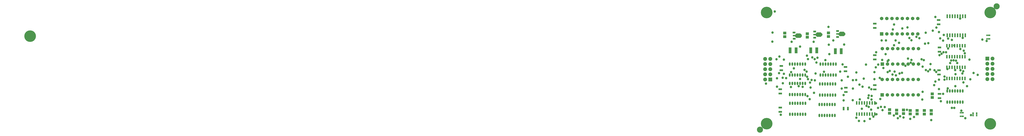
<source format=gbr>
%TF.GenerationSoftware,Altium Limited,Altium Designer,20.1.7 (139)*%
G04 Layer_Color=8388736*
%FSLAX44Y44*%
%MOMM*%
%TF.SameCoordinates,E03824B4-CBBF-40F0-B96A-956E77447FB1*%
%TF.FilePolarity,Negative*%
%TF.FileFunction,Soldermask,Top*%
%TF.Part,Single*%
G01*
G75*
%TA.AperFunction,SMDPad,CuDef*%
%ADD31C,3.0000*%
%TA.AperFunction,ViaPad*%
%ADD32C,5.7032*%
%TA.AperFunction,ComponentPad*%
%ADD33C,1.7032*%
%ADD34R,1.7032X1.7032*%
%ADD35C,1.9032*%
%ADD36R,1.9032X1.9032*%
%TA.AperFunction,ViaPad*%
%ADD37C,1.2032*%
%TA.AperFunction,SMDPad,CuDef*%
%ADD42R,1.4032X0.9032*%
%ADD43R,1.3032X0.8032*%
%ADD44R,0.8032X1.6532*%
%ADD45R,0.9532X1.8032*%
%ADD46O,0.8032X1.6532*%
%ADD47R,1.8032X0.9532*%
%ADD48R,0.7832X1.8232*%
%ADD49R,1.3532X2.9032*%
%ADD50R,1.6032X1.3532*%
%ADD51R,0.7032X0.7532*%
%ADD52R,0.6032X0.7532*%
%ADD53R,0.7532X0.7032*%
%ADD54R,0.7532X0.6032*%
G36*
X634633Y956509D02*
X634763Y956484D01*
X634890Y956441D01*
X635009Y956382D01*
X635120Y956308D01*
X635220Y956220D01*
X642220Y949220D01*
X642308Y949120D01*
X642382Y949009D01*
X642441Y948890D01*
X642484Y948764D01*
X642510Y948633D01*
X642518Y948500D01*
Y942500D01*
X642510Y942367D01*
X642484Y942236D01*
X642441Y942110D01*
X642382Y941991D01*
X642308Y941880D01*
X642220Y941780D01*
X635220Y934780D01*
X635120Y934692D01*
X635009Y934618D01*
X634890Y934559D01*
X634763Y934517D01*
X634633Y934491D01*
X634500Y934482D01*
X616500D01*
X616367Y934491D01*
X616236Y934517D01*
X616110Y934559D01*
X615991Y934618D01*
X615880Y934692D01*
X615780Y934780D01*
X608780Y941780D01*
X608692Y941880D01*
X608618Y941991D01*
X608559Y942110D01*
X608517Y942236D01*
X608490Y942367D01*
X608482Y942500D01*
Y948500D01*
X608490Y948633D01*
X608517Y948764D01*
X608559Y948890D01*
X608618Y949009D01*
X608692Y949120D01*
X608780Y949220D01*
X615780Y956220D01*
X615880Y956308D01*
X615991Y956382D01*
X616110Y956441D01*
X616236Y956484D01*
X616367Y956509D01*
X616500Y956518D01*
X634500D01*
X634633Y956509D01*
D02*
G37*
G36*
X735633Y962010D02*
X735763Y961983D01*
X735890Y961941D01*
X736009Y961882D01*
X736120Y961808D01*
X736220Y961720D01*
X743220Y954720D01*
X743308Y954620D01*
X743382Y954509D01*
X743441Y954390D01*
X743484Y954264D01*
X743510Y954133D01*
X743518Y954000D01*
Y948000D01*
X743510Y947867D01*
X743484Y947737D01*
X743441Y947610D01*
X743382Y947491D01*
X743308Y947380D01*
X743220Y947280D01*
X736220Y940280D01*
X736120Y940192D01*
X736009Y940118D01*
X735890Y940059D01*
X735763Y940016D01*
X735633Y939990D01*
X735500Y939982D01*
X717500D01*
X717367Y939990D01*
X717236Y940016D01*
X717110Y940059D01*
X716991Y940118D01*
X716880Y940192D01*
X716780Y940280D01*
X709780Y947280D01*
X709692Y947380D01*
X709618Y947491D01*
X709559Y947610D01*
X709517Y947737D01*
X709491Y947867D01*
X709482Y948000D01*
Y954000D01*
X709491Y954133D01*
X709517Y954264D01*
X709559Y954390D01*
X709618Y954509D01*
X709692Y954620D01*
X709780Y954720D01*
X716780Y961720D01*
X716880Y961808D01*
X716991Y961882D01*
X717110Y961941D01*
X717236Y961983D01*
X717367Y962010D01*
X717500Y962018D01*
X735500D01*
X735633Y962010D01*
D02*
G37*
G36*
X848633Y964760D02*
X848764Y964734D01*
X848890Y964691D01*
X849009Y964632D01*
X849120Y964558D01*
X849220Y964470D01*
X856220Y957470D01*
X856308Y957370D01*
X856382Y957259D01*
X856441Y957140D01*
X856484Y957013D01*
X856509Y956883D01*
X856518Y956750D01*
Y950750D01*
X856509Y950617D01*
X856484Y950487D01*
X856441Y950360D01*
X856382Y950241D01*
X856308Y950130D01*
X856220Y950030D01*
X849220Y943030D01*
X849120Y942942D01*
X849009Y942868D01*
X848890Y942809D01*
X848764Y942766D01*
X848633Y942740D01*
X848500Y942732D01*
X830500D01*
X830367Y942740D01*
X830237Y942766D01*
X830110Y942809D01*
X829991Y942868D01*
X829880Y942942D01*
X829780Y943030D01*
X822780Y950030D01*
X822692Y950130D01*
X822618Y950241D01*
X822559Y950360D01*
X822516Y950487D01*
X822490Y950617D01*
X822482Y950750D01*
Y956750D01*
X822490Y956883D01*
X822516Y957013D01*
X822559Y957140D01*
X822618Y957259D01*
X822692Y957370D01*
X822780Y957470D01*
X829780Y964470D01*
X829880Y964558D01*
X829991Y964632D01*
X830110Y964691D01*
X830237Y964734D01*
X830367Y964760D01*
X830500Y964768D01*
X848500D01*
X848633Y964760D01*
D02*
G37*
D31*
X436250Y480500D02*
D03*
X1600750Y1090750D02*
D03*
D32*
X1569750Y509750D02*
D03*
Y1059750D02*
D03*
X469750D02*
D03*
X-3153000Y942750D02*
D03*
X469750Y510250D02*
D03*
D33*
X1038550Y881450D02*
D03*
X1063950D02*
D03*
X1089350D02*
D03*
X1114750D02*
D03*
X1140150D02*
D03*
X1165550D02*
D03*
X1190950D02*
D03*
X1216350D02*
D03*
Y805250D02*
D03*
X1190950D02*
D03*
X1165550D02*
D03*
X1140150D02*
D03*
X1114750D02*
D03*
X1089350D02*
D03*
X1063950D02*
D03*
X1063300Y652300D02*
D03*
X1088700D02*
D03*
X1114100D02*
D03*
X1139500D02*
D03*
X1164900D02*
D03*
X1190300D02*
D03*
X1215700D02*
D03*
Y728500D02*
D03*
X1190300D02*
D03*
X1164900D02*
D03*
X1139500D02*
D03*
X1114100D02*
D03*
X1088700D02*
D03*
X1063300D02*
D03*
X1037900D02*
D03*
X1060600Y954050D02*
D03*
X1086000D02*
D03*
X1111400D02*
D03*
X1136800D02*
D03*
X1162200D02*
D03*
X1187600D02*
D03*
X1213000D02*
D03*
Y1030250D02*
D03*
X1187600D02*
D03*
X1162200D02*
D03*
X1136800D02*
D03*
X1111400D02*
D03*
X1086000D02*
D03*
X1060600D02*
D03*
X1035200D02*
D03*
D34*
X1038550Y805250D02*
D03*
X1037900Y652300D02*
D03*
X1035200Y954050D02*
D03*
D35*
X462000Y728500D02*
D03*
Y753900D02*
D03*
Y804700D02*
D03*
Y830100D02*
D03*
X487400Y753900D02*
D03*
Y804700D02*
D03*
Y830100D02*
D03*
X462000Y779300D02*
D03*
X487400D02*
D03*
X1580250Y832400D02*
D03*
Y807000D02*
D03*
Y756200D02*
D03*
Y730800D02*
D03*
X1554850Y807000D02*
D03*
Y756200D02*
D03*
Y730800D02*
D03*
X1580250Y781600D02*
D03*
X1554850D02*
D03*
D36*
X487400Y728500D02*
D03*
X1554850Y832400D02*
D03*
D37*
X509000Y1065250D02*
D03*
X1038061Y825550D02*
D03*
X1064729Y819729D02*
D03*
X1069250Y824250D02*
D03*
X1231358Y828957D02*
D03*
X1242500Y824500D02*
D03*
X1372175Y810364D02*
D03*
X1164500Y832000D02*
D03*
X1182000Y825250D02*
D03*
X1178250Y812247D02*
D03*
X1135250Y761500D02*
D03*
X1123631Y758500D02*
D03*
X1293000Y700750D02*
D03*
X1397500Y696250D02*
D03*
X1455000Y696000D02*
D03*
X1471399Y730149D02*
D03*
X1432250Y758500D02*
D03*
X1436506Y769720D02*
D03*
X1423243Y774534D02*
D03*
X1396750Y775050D02*
D03*
X1236325Y792350D02*
D03*
X1272750Y778000D02*
D03*
X1264132Y769650D02*
D03*
X1303880Y765850D02*
D03*
X1294940Y774861D02*
D03*
X1358790Y780750D02*
D03*
X971750Y593250D02*
D03*
X961040Y598662D02*
D03*
X983319Y579646D02*
D03*
X938000Y584400D02*
D03*
X977859Y534450D02*
D03*
X994284Y545198D02*
D03*
X1114750Y537500D02*
D03*
X1143000Y541000D02*
D03*
X1126000Y547250D02*
D03*
X1095642Y551321D02*
D03*
X1032000Y593250D02*
D03*
X1039250Y577250D02*
D03*
X1009610Y557110D02*
D03*
X1050000Y592250D02*
D03*
X1028241Y632000D02*
D03*
X986250Y648000D02*
D03*
X985435Y629500D02*
D03*
X968750Y637500D02*
D03*
X971750Y650250D02*
D03*
X1152004Y796900D02*
D03*
X1319750Y849000D02*
D03*
X1329661Y855766D02*
D03*
X1406750Y810000D02*
D03*
X1507750Y751750D02*
D03*
X1337500Y658000D02*
D03*
X1437750Y714750D02*
D03*
X1467250Y827250D02*
D03*
X1326500Y621750D02*
D03*
X1487350Y761403D02*
D03*
X1159457Y578707D02*
D03*
X1175750Y533750D02*
D03*
X1017500Y588750D02*
D03*
X1253000Y775650D02*
D03*
X1275750Y804750D02*
D03*
X1362250Y881750D02*
D03*
X1380880Y924707D02*
D03*
X1392150Y897409D02*
D03*
X1338871Y863793D02*
D03*
X1351500Y863750D02*
D03*
X1105750Y749500D02*
D03*
X1088207Y753207D02*
D03*
X1099087Y767500D02*
D03*
X1064416Y765650D02*
D03*
X1075010Y771287D02*
D03*
X1389038Y823299D02*
D03*
X1234750Y629500D02*
D03*
X1007614Y611050D02*
D03*
X1344000Y743000D02*
D03*
X1317400Y727800D02*
D03*
X1344000D02*
D03*
X1299750Y719000D02*
D03*
X1362000Y931000D02*
D03*
X1337250Y921000D02*
D03*
X1323227Y931850D02*
D03*
X1340643Y949143D02*
D03*
X1304250Y985750D02*
D03*
X1287000Y970000D02*
D03*
X1317250Y963000D02*
D03*
X1162500Y986250D02*
D03*
X1054500Y854250D02*
D03*
X1006620Y789120D02*
D03*
X1043650Y785500D02*
D03*
X1018250Y802663D02*
D03*
X1025645Y736250D02*
D03*
X999250Y730450D02*
D03*
X910750Y763500D02*
D03*
X946750Y732950D02*
D03*
X893750Y725350D02*
D03*
X909750Y726000D02*
D03*
X838500Y684100D02*
D03*
X685500Y688750D02*
D03*
X751750Y766750D02*
D03*
X710000Y758600D02*
D03*
X666250Y767500D02*
D03*
X655550Y776000D02*
D03*
X1103750Y922250D02*
D03*
X1056500Y921750D02*
D03*
X1035500Y922250D02*
D03*
X1007750Y863500D02*
D03*
X958250Y802650D02*
D03*
X941500Y693000D02*
D03*
X893750Y683600D02*
D03*
X646750Y692500D02*
D03*
X682750Y713750D02*
D03*
X690448Y725970D02*
D03*
X672750Y731000D02*
D03*
X668207Y742107D02*
D03*
X1096207Y898043D02*
D03*
X830750Y768250D02*
D03*
X842750Y803000D02*
D03*
X869250Y742500D02*
D03*
X1120500Y909750D02*
D03*
X1181750Y922500D02*
D03*
X1421000Y1030500D02*
D03*
X1422042Y879500D02*
D03*
X1299500Y1037500D02*
D03*
X999250Y765650D02*
D03*
X1090250Y976500D02*
D03*
X1136750Y981250D02*
D03*
X1206500Y939500D02*
D03*
X1220500Y933000D02*
D03*
X1252000Y960000D02*
D03*
X1264500Y908250D02*
D03*
X1171250Y933500D02*
D03*
X1248500Y905500D02*
D03*
X926000Y703750D02*
D03*
X973500Y688750D02*
D03*
X984750Y680250D02*
D03*
X927250Y630500D02*
D03*
X681000Y631500D02*
D03*
X627000Y696250D02*
D03*
X633500Y731600D02*
D03*
X706250Y724250D02*
D03*
X758000Y824500D02*
D03*
X672500Y829250D02*
D03*
X693750Y838000D02*
D03*
X719250Y836600D02*
D03*
X588750Y691500D02*
D03*
X565000Y736000D02*
D03*
X603250Y783750D02*
D03*
X590000Y765500D02*
D03*
X554500Y827000D02*
D03*
X532000Y842750D02*
D03*
X497250Y915750D02*
D03*
X1096000Y1001000D02*
D03*
X1236500Y668250D02*
D03*
X1317000Y681500D02*
D03*
X670250Y646500D02*
D03*
X702250Y663250D02*
D03*
X893000Y626250D02*
D03*
X848250Y652000D02*
D03*
Y626000D02*
D03*
X851000Y902000D02*
D03*
X633750Y891500D02*
D03*
X714000Y812750D02*
D03*
X1398750Y755500D02*
D03*
X1434250Y934759D02*
D03*
X1551250Y919000D02*
D03*
X1530641Y925859D02*
D03*
X1427100Y574565D02*
D03*
X1475000Y552750D02*
D03*
X1446750Y537250D02*
D03*
X1380350Y588250D02*
D03*
X1392350D02*
D03*
X1360000Y684500D02*
D03*
X700750Y915500D02*
D03*
X592500Y915000D02*
D03*
X498000Y961000D02*
D03*
X530750Y760000D02*
D03*
X554543Y756457D02*
D03*
X548250Y737250D02*
D03*
X549000Y710250D02*
D03*
X520750Y693250D02*
D03*
X520000Y734500D02*
D03*
X466100Y708250D02*
D03*
X518250Y829000D02*
D03*
X539000Y554250D02*
D03*
X1279000Y528250D02*
D03*
X910500Y540000D02*
D03*
X1194750Y543750D02*
D03*
X923500Y524250D02*
D03*
X950750Y523000D02*
D03*
X705500Y829250D02*
D03*
X773500Y988500D02*
D03*
X778000Y854500D02*
D03*
X668000Y846350D02*
D03*
X838750Y724250D02*
D03*
X1377000Y822750D02*
D03*
X1400986Y822190D02*
D03*
X1439000Y871000D02*
D03*
X1444500Y858750D02*
D03*
X797000Y922250D02*
D03*
X775500Y900750D02*
D03*
D42*
X818500Y968750D02*
D03*
X818760Y938510D02*
D03*
X604760Y930260D02*
D03*
X604500Y960500D02*
D03*
X705760Y935760D02*
D03*
X705500Y966000D02*
D03*
D43*
X818000Y953750D02*
D03*
X604000Y945500D02*
D03*
X705000Y951000D02*
D03*
D44*
X1444950Y895750D02*
D03*
X1432250D02*
D03*
X1419550D02*
D03*
X1406850D02*
D03*
X1394150D02*
D03*
X1381450D02*
D03*
X1368750D02*
D03*
X1356050D02*
D03*
X1444950Y841250D02*
D03*
X1432250D02*
D03*
X1419550D02*
D03*
X1406850D02*
D03*
X1394150D02*
D03*
X1381450D02*
D03*
X1368750D02*
D03*
X1356050D02*
D03*
X1444950Y788750D02*
D03*
X1432250D02*
D03*
X1419550D02*
D03*
X1406850D02*
D03*
X1394150D02*
D03*
X1381450D02*
D03*
X1368750D02*
D03*
X1356050D02*
D03*
X1444950Y734250D02*
D03*
X1432250D02*
D03*
X1419550D02*
D03*
X1406850D02*
D03*
X1394150D02*
D03*
X1381450D02*
D03*
X1368750D02*
D03*
X1356050D02*
D03*
X912300Y558250D02*
D03*
X925000D02*
D03*
X937700D02*
D03*
X950400D02*
D03*
X963100D02*
D03*
X975800D02*
D03*
X988500D02*
D03*
X1001200D02*
D03*
X912300Y612750D02*
D03*
X925000D02*
D03*
X937700D02*
D03*
X950400D02*
D03*
X963100D02*
D03*
X975800D02*
D03*
X988500D02*
D03*
X1001200D02*
D03*
D45*
X869250Y584750D02*
D03*
X848250D02*
D03*
D46*
X1357750Y617500D02*
D03*
X1370450D02*
D03*
X1383150D02*
D03*
X1395850D02*
D03*
X1408550D02*
D03*
X1421250D02*
D03*
X1433950D02*
D03*
X1357750Y672000D02*
D03*
X1370450D02*
D03*
X1383150D02*
D03*
X1395850D02*
D03*
X1408550D02*
D03*
X1421250D02*
D03*
X1433950D02*
D03*
X731400Y652250D02*
D03*
X744100D02*
D03*
X756800D02*
D03*
X769500D02*
D03*
X782200D02*
D03*
X794900D02*
D03*
X807600D02*
D03*
X731400Y706750D02*
D03*
X744100D02*
D03*
X756800D02*
D03*
X769500D02*
D03*
X782200D02*
D03*
X794900D02*
D03*
X807600D02*
D03*
X728650Y550750D02*
D03*
X741350D02*
D03*
X754050D02*
D03*
X766750D02*
D03*
X779450D02*
D03*
X792150D02*
D03*
X804850D02*
D03*
X728650Y605250D02*
D03*
X741350D02*
D03*
X754050D02*
D03*
X766750D02*
D03*
X779450D02*
D03*
X792150D02*
D03*
X804850D02*
D03*
X659350Y805500D02*
D03*
X646650D02*
D03*
X633950D02*
D03*
X621250D02*
D03*
X608550D02*
D03*
X595850D02*
D03*
X583150D02*
D03*
X659350Y751000D02*
D03*
X646650D02*
D03*
X633950D02*
D03*
X621250D02*
D03*
X608550D02*
D03*
X595850D02*
D03*
X583150D02*
D03*
X660100Y611500D02*
D03*
X647400D02*
D03*
X634700D02*
D03*
X622000D02*
D03*
X609300D02*
D03*
X596600D02*
D03*
X583900D02*
D03*
X660100Y557000D02*
D03*
X647400D02*
D03*
X634700D02*
D03*
X622000D02*
D03*
X609300D02*
D03*
X596600D02*
D03*
X583900D02*
D03*
X659650Y709000D02*
D03*
X646950D02*
D03*
X634250D02*
D03*
X621550D02*
D03*
X608850D02*
D03*
X596150D02*
D03*
X583450D02*
D03*
X659650Y654500D02*
D03*
X646950D02*
D03*
X634250D02*
D03*
X621550D02*
D03*
X608850D02*
D03*
X596150D02*
D03*
X583450D02*
D03*
X810350Y805500D02*
D03*
X797650D02*
D03*
X784950D02*
D03*
X772250D02*
D03*
X759550D02*
D03*
X746850D02*
D03*
X734150D02*
D03*
X810350Y751000D02*
D03*
X797650D02*
D03*
X784950D02*
D03*
X772250D02*
D03*
X759550D02*
D03*
X746850D02*
D03*
X734150D02*
D03*
D47*
X1001000Y984000D02*
D03*
Y1005000D02*
D03*
X536250Y590250D02*
D03*
Y569250D02*
D03*
X1317000Y774750D02*
D03*
Y753750D02*
D03*
X858750Y688000D02*
D03*
Y667000D02*
D03*
X1319750Y658000D02*
D03*
Y637000D02*
D03*
X857250Y790500D02*
D03*
Y769500D02*
D03*
X1001000Y701000D02*
D03*
Y680000D02*
D03*
X1315500Y1001500D02*
D03*
Y1022500D02*
D03*
X1001000Y849250D02*
D03*
Y828250D02*
D03*
X541750Y796000D02*
D03*
Y775000D02*
D03*
X1319750Y887250D02*
D03*
Y866250D02*
D03*
X536250Y680750D02*
D03*
Y659750D02*
D03*
D48*
X1358050Y947600D02*
D03*
X1370750D02*
D03*
X1383450D02*
D03*
X1396150D02*
D03*
X1408850D02*
D03*
X1421550D02*
D03*
X1434250D02*
D03*
X1446950D02*
D03*
X1358050Y1041400D02*
D03*
X1370750D02*
D03*
X1383450D02*
D03*
X1396150D02*
D03*
X1408850D02*
D03*
X1421550D02*
D03*
X1434250D02*
D03*
X1446950D02*
D03*
D49*
X715750Y872750D02*
D03*
X686250D02*
D03*
X614250D02*
D03*
X584750D02*
D03*
X836500Y868750D02*
D03*
X807000D02*
D03*
D50*
X773750Y959250D02*
D03*
Y941750D02*
D03*
X558250Y958000D02*
D03*
Y940500D02*
D03*
X669500Y955250D02*
D03*
Y937750D02*
D03*
X1143000Y560750D02*
D03*
Y578250D02*
D03*
X1109000Y560000D02*
D03*
Y577500D02*
D03*
X1176000Y558500D02*
D03*
Y576000D02*
D03*
X1279000Y558500D02*
D03*
Y576000D02*
D03*
X1284250Y640000D02*
D03*
Y657500D02*
D03*
X1074000Y562250D02*
D03*
Y579750D02*
D03*
X1210000Y558500D02*
D03*
Y576000D02*
D03*
X1244750Y557750D02*
D03*
Y575250D02*
D03*
D51*
X1423000Y547000D02*
D03*
X1436000D02*
D03*
Y565000D02*
D03*
X1423000D02*
D03*
X1553250Y929500D02*
D03*
X1566250D02*
D03*
Y947500D02*
D03*
X1553250D02*
D03*
D52*
X1429500Y547000D02*
D03*
Y565000D02*
D03*
X1559750Y929500D02*
D03*
Y947500D02*
D03*
D53*
X1502750Y550250D02*
D03*
Y563250D02*
D03*
X1484750D02*
D03*
Y550250D02*
D03*
D54*
X1502750Y556750D02*
D03*
X1484750D02*
D03*
%TF.MD5,36d99f52a07c74995f4fd231f9a5ac1d*%
M02*

</source>
